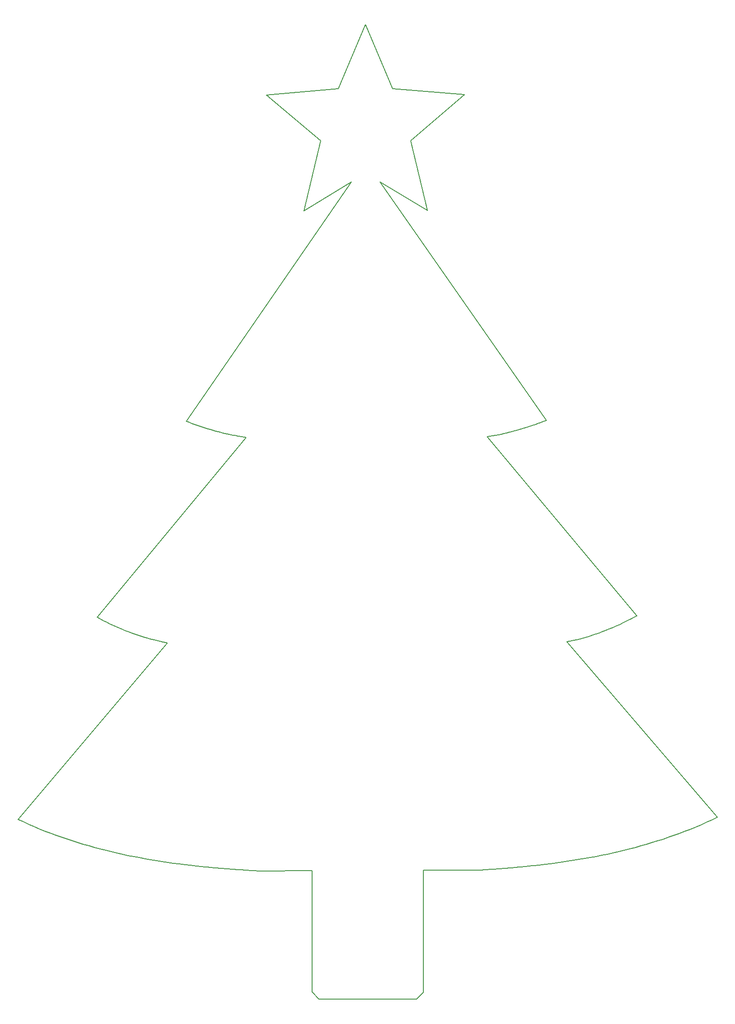
<source format=gbr>
%TF.GenerationSoftware,KiCad,Pcbnew,(5.1.10)-1*%
%TF.CreationDate,2021-10-20T09:03:38+02:00*%
%TF.ProjectId,Drvce,44727663-652e-46b6-9963-61645f706362,rev?*%
%TF.SameCoordinates,Original*%
%TF.FileFunction,Profile,NP*%
%FSLAX46Y46*%
G04 Gerber Fmt 4.6, Leading zero omitted, Abs format (unit mm)*
G04 Created by KiCad (PCBNEW (5.1.10)-1) date 2021-10-20 09:03:38*
%MOMM*%
%LPD*%
G01*
G04 APERTURE LIST*
%TA.AperFunction,Profile*%
%ADD10C,0.200000*%
%TD*%
G04 APERTURE END LIST*
D10*
X109855000Y-196215000D02*
X108585000Y-197485000D01*
X89027000Y-196151500D02*
X90360500Y-197485000D01*
X109855000Y-173374694D02*
X120119125Y-173374694D01*
X89027000Y-173456499D02*
X78836541Y-173492358D01*
X107472911Y-36841155D02*
X117586936Y-28222272D01*
X90360500Y-197485000D02*
X108585000Y-197485000D01*
X110675697Y-49941898D02*
X107472911Y-36841155D01*
X34013967Y-163864614D02*
X35015845Y-164332222D01*
X35015845Y-164332222D02*
X36021112Y-164784463D01*
X36021112Y-164784463D02*
X37029693Y-165221615D01*
X37029693Y-165221615D02*
X38041513Y-165643953D01*
X38041513Y-165643953D02*
X39056496Y-166051756D01*
X39056496Y-166051756D02*
X40074567Y-166445299D01*
X40074567Y-166445299D02*
X41095650Y-166824860D01*
X41095650Y-166824860D02*
X42119670Y-167190716D01*
X42119670Y-167190716D02*
X43146552Y-167543144D01*
X43146552Y-167543144D02*
X44176219Y-167882422D01*
X44176219Y-167882422D02*
X45208598Y-168208825D01*
X45208598Y-168208825D02*
X46243611Y-168522630D01*
X46243611Y-168522630D02*
X47281185Y-168824116D01*
X47281185Y-168824116D02*
X48321243Y-169113559D01*
X48321243Y-169113559D02*
X49363710Y-169391236D01*
X49363710Y-169391236D02*
X50408511Y-169657423D01*
X50408511Y-169657423D02*
X51455571Y-169912399D01*
X51455571Y-169912399D02*
X52504813Y-170156439D01*
X52504813Y-170156439D02*
X53556163Y-170389821D01*
X53556163Y-170389821D02*
X54609545Y-170612822D01*
X54609545Y-170612822D02*
X55664883Y-170825719D01*
X55664883Y-170825719D02*
X56722103Y-171028789D01*
X56722103Y-171028789D02*
X57781129Y-171222308D01*
X57781129Y-171222308D02*
X58841886Y-171406555D01*
X58841886Y-171406555D02*
X59904297Y-171581805D01*
X59904297Y-171581805D02*
X60968289Y-171748336D01*
X60968289Y-171748336D02*
X62033784Y-171906425D01*
X62033784Y-171906425D02*
X63100709Y-172056349D01*
X63100709Y-172056349D02*
X64168987Y-172198385D01*
X64168987Y-172198385D02*
X65238543Y-172332809D01*
X65238543Y-172332809D02*
X66309302Y-172459899D01*
X66309302Y-172459899D02*
X67381189Y-172579933D01*
X61996380Y-130848787D02*
X34013967Y-163864614D01*
X121796778Y-92270606D02*
X122332706Y-92190183D01*
X122332706Y-92190183D02*
X122865944Y-92101797D01*
X122865944Y-92101797D02*
X123395551Y-92006136D01*
X123395551Y-92006136D02*
X123920588Y-91903891D01*
X123920588Y-91903891D02*
X124440117Y-91795751D01*
X124440117Y-91795751D02*
X124953198Y-91682406D01*
X124953198Y-91682406D02*
X125458891Y-91564545D01*
X125458891Y-91564545D02*
X125956257Y-91442859D01*
X125956257Y-91442859D02*
X126444358Y-91318036D01*
X126444358Y-91318036D02*
X126922253Y-91190767D01*
X126922253Y-91190767D02*
X127389004Y-91061742D01*
X127389004Y-91061742D02*
X127843672Y-90931649D01*
X127843672Y-90931649D02*
X128285316Y-90801179D01*
X128285316Y-90801179D02*
X128712998Y-90671022D01*
X128712998Y-90671022D02*
X129125778Y-90541867D01*
X129125778Y-90541867D02*
X129522718Y-90414404D01*
X129522718Y-90414404D02*
X129902878Y-90289322D01*
X129902878Y-90289322D02*
X130265318Y-90167312D01*
X130265318Y-90167312D02*
X130609100Y-90049062D01*
X130609100Y-90049062D02*
X130933284Y-89935264D01*
X130933284Y-89935264D02*
X131236931Y-89826605D01*
X131236931Y-89826605D02*
X131519101Y-89723777D01*
X131519101Y-89723777D02*
X131778856Y-89627469D01*
X131778856Y-89627469D02*
X132015256Y-89538370D01*
X132015256Y-89538370D02*
X132227362Y-89457170D01*
X132227362Y-89457170D02*
X132414235Y-89384559D01*
X132414235Y-89384559D02*
X132708522Y-89267863D01*
X132708522Y-89267863D02*
X132937222Y-89174479D01*
X132937222Y-89174479D02*
X132952970Y-89167886D01*
X149808350Y-125755531D02*
X121796778Y-92270606D01*
X67381189Y-172579933D02*
X67737838Y-172618329D01*
X67737838Y-172618329D02*
X68094601Y-172655986D01*
X68094601Y-172655986D02*
X68451475Y-172692914D01*
X68451475Y-172692914D02*
X68808457Y-172729122D01*
X68808457Y-172729122D02*
X69165545Y-172764622D01*
X69165545Y-172764622D02*
X69522734Y-172799423D01*
X69522734Y-172799423D02*
X69880023Y-172833535D01*
X69880023Y-172833535D02*
X70237410Y-172866970D01*
X70237410Y-172866970D02*
X70594890Y-172899736D01*
X70594890Y-172899736D02*
X70952462Y-172931843D01*
X70952462Y-172931843D02*
X71310122Y-172963304D01*
X71310122Y-172963304D02*
X71667868Y-172994126D01*
X71667868Y-172994126D02*
X72025697Y-173024321D01*
X72025697Y-173024321D02*
X72383606Y-173053899D01*
X72383606Y-173053899D02*
X72741593Y-173082870D01*
X72741593Y-173082870D02*
X73099655Y-173111244D01*
X73099655Y-173111244D02*
X73457788Y-173139031D01*
X73457788Y-173139031D02*
X73815991Y-173166241D01*
X73815991Y-173166241D02*
X74174260Y-173192886D01*
X74174260Y-173192886D02*
X74532593Y-173218974D01*
X74532593Y-173218974D02*
X74890987Y-173244516D01*
X74890987Y-173244516D02*
X75249438Y-173269522D01*
X75249438Y-173269522D02*
X75607945Y-173294003D01*
X75607945Y-173294003D02*
X75966505Y-173317968D01*
X75966505Y-173317968D02*
X76325114Y-173341428D01*
X76325114Y-173341428D02*
X76683771Y-173364393D01*
X76683771Y-173364393D02*
X77042471Y-173386874D01*
X77042471Y-173386874D02*
X77401213Y-173408879D01*
X77401213Y-173408879D02*
X77759994Y-173430420D01*
X77759994Y-173430420D02*
X78118811Y-173451507D01*
X78118811Y-173451507D02*
X78477660Y-173472149D01*
X78477660Y-173472149D02*
X78836541Y-173492358D01*
X109855000Y-196215000D02*
X109855000Y-173374694D01*
X136714033Y-130636055D02*
X137356191Y-130515310D01*
X137356191Y-130515310D02*
X137993524Y-130381307D01*
X137993524Y-130381307D02*
X138625012Y-130235166D01*
X138625012Y-130235166D02*
X139249635Y-130078010D01*
X139249635Y-130078010D02*
X139866371Y-129910957D01*
X139866371Y-129910957D02*
X140474200Y-129735130D01*
X140474200Y-129735130D02*
X141072102Y-129551648D01*
X141072102Y-129551648D02*
X141659057Y-129361634D01*
X141659057Y-129361634D02*
X142234043Y-129166207D01*
X142234043Y-129166207D02*
X142796040Y-128966488D01*
X142796040Y-128966488D02*
X143344028Y-128763599D01*
X143344028Y-128763599D02*
X143876987Y-128558661D01*
X143876987Y-128558661D02*
X144393895Y-128352793D01*
X144393895Y-128352793D02*
X144893732Y-128147117D01*
X144893732Y-128147117D02*
X145375478Y-127942754D01*
X145375478Y-127942754D02*
X145838113Y-127740825D01*
X145838113Y-127740825D02*
X146280615Y-127542449D01*
X146280615Y-127542449D02*
X146701965Y-127348750D01*
X146701965Y-127348750D02*
X147101141Y-127160846D01*
X147101141Y-127160846D02*
X147477124Y-126979859D01*
X147477124Y-126979859D02*
X147828893Y-126806911D01*
X147828893Y-126806911D02*
X148155426Y-126643120D01*
X148155426Y-126643120D02*
X148455705Y-126489610D01*
X148455705Y-126489610D02*
X148728708Y-126347499D01*
X148728708Y-126347499D02*
X148973415Y-126217910D01*
X148973415Y-126217910D02*
X149188805Y-126101963D01*
X149188805Y-126101963D02*
X149373858Y-126000779D01*
X149373858Y-126000779D02*
X149648871Y-125847182D01*
X149648871Y-125847182D02*
X149808350Y-125755531D01*
X164883993Y-163492007D02*
X136714033Y-130636055D01*
X131566939Y-172397187D02*
X132638124Y-172271052D01*
X132638124Y-172271052D02*
X133708142Y-172137866D01*
X133708142Y-172137866D02*
X134776915Y-171997354D01*
X134776915Y-171997354D02*
X135844367Y-171849237D01*
X135844367Y-171849237D02*
X136910421Y-171693241D01*
X136910421Y-171693241D02*
X137974999Y-171529087D01*
X137974999Y-171529087D02*
X139038025Y-171356500D01*
X139038025Y-171356500D02*
X140099422Y-171175203D01*
X140099422Y-171175203D02*
X141159112Y-170984919D01*
X141159112Y-170984919D02*
X142217019Y-170785372D01*
X142217019Y-170785372D02*
X143273065Y-170576286D01*
X143273065Y-170576286D02*
X144327174Y-170357383D01*
X144327174Y-170357383D02*
X145379269Y-170128387D01*
X145379269Y-170128387D02*
X146429273Y-169889022D01*
X146429273Y-169889022D02*
X147477109Y-169639011D01*
X147477109Y-169639011D02*
X148522700Y-169378078D01*
X148522700Y-169378078D02*
X149565968Y-169105945D01*
X149565968Y-169105945D02*
X150606837Y-168822337D01*
X150606837Y-168822337D02*
X151645230Y-168526976D01*
X151645230Y-168526976D02*
X152681070Y-168219587D01*
X152681070Y-168219587D02*
X153714280Y-167899893D01*
X153714280Y-167899893D02*
X154744783Y-167567616D01*
X154744783Y-167567616D02*
X155772502Y-167222482D01*
X155772502Y-167222482D02*
X156797360Y-166864212D01*
X156797360Y-166864212D02*
X157819281Y-166492530D01*
X157819281Y-166492530D02*
X158838186Y-166107161D01*
X158838186Y-166107161D02*
X159853999Y-165707827D01*
X159853999Y-165707827D02*
X160866643Y-165294252D01*
X160866643Y-165294252D02*
X161876042Y-164866158D01*
X161876042Y-164866158D02*
X162882118Y-164423271D01*
X162882118Y-164423271D02*
X163884793Y-163965312D01*
X163884793Y-163965312D02*
X164883993Y-163492007D01*
X120119125Y-173374694D02*
X120477816Y-173352443D01*
X120477816Y-173352443D02*
X120836475Y-173329760D01*
X120836475Y-173329760D02*
X121195098Y-173306632D01*
X121195098Y-173306632D02*
X121553683Y-173283051D01*
X121553683Y-173283051D02*
X121912226Y-173259005D01*
X121912226Y-173259005D02*
X122270725Y-173234485D01*
X122270725Y-173234485D02*
X122629178Y-173209480D01*
X122629178Y-173209480D02*
X122987580Y-173183981D01*
X122987580Y-173183981D02*
X123345930Y-173157977D01*
X123345930Y-173157977D02*
X123704224Y-173131458D01*
X123704224Y-173131458D02*
X124062460Y-173104414D01*
X124062460Y-173104414D02*
X124420635Y-173076834D01*
X124420635Y-173076834D02*
X124778746Y-173048710D01*
X124778746Y-173048710D02*
X125136790Y-173020029D01*
X125136790Y-173020029D02*
X125494764Y-172990783D01*
X125494764Y-172990783D02*
X125852666Y-172960961D01*
X125852666Y-172960961D02*
X126210493Y-172930552D01*
X126210493Y-172930552D02*
X126568242Y-172899548D01*
X126568242Y-172899548D02*
X126925910Y-172867937D01*
X126925910Y-172867937D02*
X127283493Y-172835709D01*
X127283493Y-172835709D02*
X127640991Y-172802855D01*
X127640991Y-172802855D02*
X127998399Y-172769364D01*
X127998399Y-172769364D02*
X128355715Y-172735225D01*
X128355715Y-172735225D02*
X128712935Y-172700430D01*
X128712935Y-172700430D02*
X129070058Y-172664967D01*
X129070058Y-172664967D02*
X129427080Y-172628827D01*
X129427080Y-172628827D02*
X129783998Y-172591998D01*
X129783998Y-172591998D02*
X130140811Y-172554472D01*
X130140811Y-172554472D02*
X130497513Y-172516238D01*
X130497513Y-172516238D02*
X130854104Y-172477286D01*
X130854104Y-172477286D02*
X131210580Y-172437606D01*
X131210580Y-172437606D02*
X131566939Y-172397187D01*
X48874485Y-126042905D02*
X49461426Y-126376223D01*
X49461426Y-126376223D02*
X50050715Y-126695376D01*
X50050715Y-126695376D02*
X50640974Y-127000599D01*
X50640974Y-127000599D02*
X51230828Y-127292126D01*
X51230828Y-127292126D02*
X51818901Y-127570193D01*
X51818901Y-127570193D02*
X52403817Y-127835035D01*
X52403817Y-127835035D02*
X52984200Y-128086886D01*
X52984200Y-128086886D02*
X53558675Y-128325982D01*
X53558675Y-128325982D02*
X54125866Y-128552558D01*
X54125866Y-128552558D02*
X54684397Y-128766849D01*
X54684397Y-128766849D02*
X55232891Y-128969089D01*
X55232891Y-128969089D02*
X55769974Y-129159514D01*
X55769974Y-129159514D02*
X56294270Y-129338360D01*
X56294270Y-129338360D02*
X56804402Y-129505860D01*
X56804402Y-129505860D02*
X57298994Y-129662250D01*
X57298994Y-129662250D02*
X57776672Y-129807765D01*
X57776672Y-129807765D02*
X58236058Y-129942639D01*
X58236058Y-129942639D02*
X58675778Y-130067109D01*
X58675778Y-130067109D02*
X59094455Y-130181410D01*
X59094455Y-130181410D02*
X59490714Y-130285775D01*
X59490714Y-130285775D02*
X59863179Y-130380440D01*
X59863179Y-130380440D02*
X60210473Y-130465640D01*
X60210473Y-130465640D02*
X60531222Y-130541611D01*
X60531222Y-130541611D02*
X60824048Y-130608587D01*
X60824048Y-130608587D02*
X61087577Y-130666803D01*
X61087577Y-130666803D02*
X61320433Y-130716495D01*
X61320433Y-130716495D02*
X61521240Y-130757896D01*
X61521240Y-130757896D02*
X61821202Y-130816771D01*
X61821202Y-130816771D02*
X61996380Y-130848787D01*
X99026108Y-15153808D02*
X93980000Y-27178000D01*
X104140603Y-27149071D02*
X99026108Y-15153808D01*
X132952970Y-89167886D02*
X101787488Y-44545820D01*
X101787488Y-44545820D02*
X110675697Y-49941898D01*
X117586936Y-28222272D02*
X104140603Y-27149071D01*
X89027000Y-173456499D02*
X89027000Y-196151500D01*
X76694931Y-92399018D02*
X48874485Y-126042905D01*
X65521252Y-89359874D02*
X66032065Y-89567331D01*
X66032065Y-89567331D02*
X66543478Y-89766253D01*
X66543478Y-89766253D02*
X67054388Y-89956767D01*
X67054388Y-89956767D02*
X67563693Y-90139002D01*
X67563693Y-90139002D02*
X68070289Y-90313084D01*
X68070289Y-90313084D02*
X68573073Y-90479142D01*
X68573073Y-90479142D02*
X69070943Y-90637303D01*
X69070943Y-90637303D02*
X69562796Y-90787696D01*
X69562796Y-90787696D02*
X70047529Y-90930449D01*
X70047529Y-90930449D02*
X70524040Y-91065688D01*
X70524040Y-91065688D02*
X70991226Y-91193543D01*
X70991226Y-91193543D02*
X71447983Y-91314141D01*
X71447983Y-91314141D02*
X71893209Y-91427609D01*
X71893209Y-91427609D02*
X72325802Y-91534076D01*
X72325802Y-91534076D02*
X72744658Y-91633670D01*
X72744658Y-91633670D02*
X73148675Y-91726518D01*
X73148675Y-91726518D02*
X73536750Y-91812748D01*
X73536750Y-91812748D02*
X73907780Y-91892489D01*
X73907780Y-91892489D02*
X74260662Y-91965867D01*
X74260662Y-91965867D02*
X74594294Y-92033011D01*
X74594294Y-92033011D02*
X74907573Y-92094049D01*
X74907573Y-92094049D02*
X75199396Y-92149108D01*
X75199396Y-92149108D02*
X75468660Y-92198317D01*
X75468660Y-92198317D02*
X75714262Y-92241803D01*
X75714262Y-92241803D02*
X75935100Y-92279695D01*
X75935100Y-92279695D02*
X76298072Y-92339204D01*
X76298072Y-92339204D02*
X76548753Y-92377868D01*
X76548753Y-92377868D02*
X76694931Y-92399018D01*
X96432139Y-44561067D02*
X65521252Y-89359874D01*
X87574801Y-50007670D02*
X96432139Y-44561067D01*
X90702936Y-36888902D02*
X87574801Y-50007670D01*
X80539997Y-28327750D02*
X90702936Y-36888902D01*
X93980000Y-27178000D02*
X80539997Y-28327750D01*
M02*

</source>
